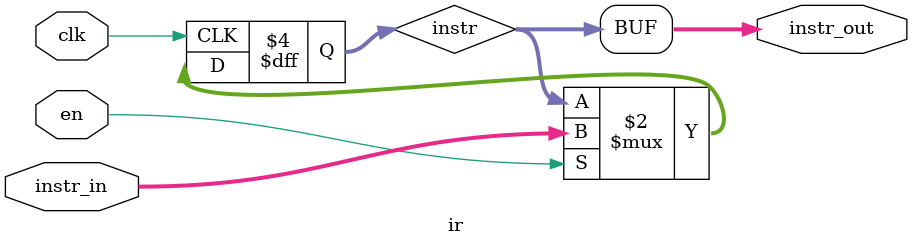
<source format=v>
/*
 * 模块：IR指令寄存器
 * 简述：指令寄存器，将从RAM中读出的指令写入并暂存于该模块，并输出给控制单元和其他部件。
 * 输入：
 *      clk       ：时钟信号
 *      en        ：使能信号（1使能）
 *      instr_in  ：指令输入，32位
 * 输出：
 *      instr_out ：指令输出，32位
 */
module ir (
    input clk,
    input en,
    input [31:0] instr_in,
    output [31:0] instr_out
);
    // 用于在内部存储指令
    reg [31:0] instr;

    always @(posedge clk) begin
        // 在使能信号为1时，更新指令
        if (en)
            instr <= instr_in;
    end

    // 输出指令
    assign instr_out = instr;
    
endmodule
</source>
